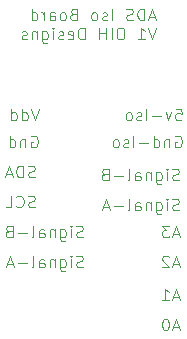
<source format=gbr>
%TF.GenerationSoftware,KiCad,Pcbnew,9.0.3*%
%TF.CreationDate,2025-12-07T20:29:13-06:00*%
%TF.ProjectId,IsolatedADSBoard,49736f6c-6174-4656-9441-4453426f6172,rev?*%
%TF.SameCoordinates,Original*%
%TF.FileFunction,Legend,Bot*%
%TF.FilePolarity,Positive*%
%FSLAX46Y46*%
G04 Gerber Fmt 4.6, Leading zero omitted, Abs format (unit mm)*
G04 Created by KiCad (PCBNEW 9.0.3) date 2025-12-07 20:29:13*
%MOMM*%
%LPD*%
G01*
G04 APERTURE LIST*
%ADD10C,0.100000*%
G04 APERTURE END LIST*
D10*
X130807734Y-57482800D02*
X130664877Y-57530419D01*
X130664877Y-57530419D02*
X130426782Y-57530419D01*
X130426782Y-57530419D02*
X130331544Y-57482800D01*
X130331544Y-57482800D02*
X130283925Y-57435180D01*
X130283925Y-57435180D02*
X130236306Y-57339942D01*
X130236306Y-57339942D02*
X130236306Y-57244704D01*
X130236306Y-57244704D02*
X130283925Y-57149466D01*
X130283925Y-57149466D02*
X130331544Y-57101847D01*
X130331544Y-57101847D02*
X130426782Y-57054228D01*
X130426782Y-57054228D02*
X130617258Y-57006609D01*
X130617258Y-57006609D02*
X130712496Y-56958990D01*
X130712496Y-56958990D02*
X130760115Y-56911371D01*
X130760115Y-56911371D02*
X130807734Y-56816133D01*
X130807734Y-56816133D02*
X130807734Y-56720895D01*
X130807734Y-56720895D02*
X130760115Y-56625657D01*
X130760115Y-56625657D02*
X130712496Y-56578038D01*
X130712496Y-56578038D02*
X130617258Y-56530419D01*
X130617258Y-56530419D02*
X130379163Y-56530419D01*
X130379163Y-56530419D02*
X130236306Y-56578038D01*
X129807734Y-57530419D02*
X129807734Y-56530419D01*
X129807734Y-56530419D02*
X129569639Y-56530419D01*
X129569639Y-56530419D02*
X129426782Y-56578038D01*
X129426782Y-56578038D02*
X129331544Y-56673276D01*
X129331544Y-56673276D02*
X129283925Y-56768514D01*
X129283925Y-56768514D02*
X129236306Y-56958990D01*
X129236306Y-56958990D02*
X129236306Y-57101847D01*
X129236306Y-57101847D02*
X129283925Y-57292323D01*
X129283925Y-57292323D02*
X129331544Y-57387561D01*
X129331544Y-57387561D02*
X129426782Y-57482800D01*
X129426782Y-57482800D02*
X129569639Y-57530419D01*
X129569639Y-57530419D02*
X129807734Y-57530419D01*
X128855353Y-57244704D02*
X128379163Y-57244704D01*
X128950591Y-57530419D02*
X128617258Y-56530419D01*
X128617258Y-56530419D02*
X128283925Y-57530419D01*
X134871734Y-65102800D02*
X134728877Y-65150419D01*
X134728877Y-65150419D02*
X134490782Y-65150419D01*
X134490782Y-65150419D02*
X134395544Y-65102800D01*
X134395544Y-65102800D02*
X134347925Y-65055180D01*
X134347925Y-65055180D02*
X134300306Y-64959942D01*
X134300306Y-64959942D02*
X134300306Y-64864704D01*
X134300306Y-64864704D02*
X134347925Y-64769466D01*
X134347925Y-64769466D02*
X134395544Y-64721847D01*
X134395544Y-64721847D02*
X134490782Y-64674228D01*
X134490782Y-64674228D02*
X134681258Y-64626609D01*
X134681258Y-64626609D02*
X134776496Y-64578990D01*
X134776496Y-64578990D02*
X134824115Y-64531371D01*
X134824115Y-64531371D02*
X134871734Y-64436133D01*
X134871734Y-64436133D02*
X134871734Y-64340895D01*
X134871734Y-64340895D02*
X134824115Y-64245657D01*
X134824115Y-64245657D02*
X134776496Y-64198038D01*
X134776496Y-64198038D02*
X134681258Y-64150419D01*
X134681258Y-64150419D02*
X134443163Y-64150419D01*
X134443163Y-64150419D02*
X134300306Y-64198038D01*
X133871734Y-65150419D02*
X133871734Y-64483752D01*
X133871734Y-64150419D02*
X133919353Y-64198038D01*
X133919353Y-64198038D02*
X133871734Y-64245657D01*
X133871734Y-64245657D02*
X133824115Y-64198038D01*
X133824115Y-64198038D02*
X133871734Y-64150419D01*
X133871734Y-64150419D02*
X133871734Y-64245657D01*
X132966973Y-64483752D02*
X132966973Y-65293276D01*
X132966973Y-65293276D02*
X133014592Y-65388514D01*
X133014592Y-65388514D02*
X133062211Y-65436133D01*
X133062211Y-65436133D02*
X133157449Y-65483752D01*
X133157449Y-65483752D02*
X133300306Y-65483752D01*
X133300306Y-65483752D02*
X133395544Y-65436133D01*
X132966973Y-65102800D02*
X133062211Y-65150419D01*
X133062211Y-65150419D02*
X133252687Y-65150419D01*
X133252687Y-65150419D02*
X133347925Y-65102800D01*
X133347925Y-65102800D02*
X133395544Y-65055180D01*
X133395544Y-65055180D02*
X133443163Y-64959942D01*
X133443163Y-64959942D02*
X133443163Y-64674228D01*
X133443163Y-64674228D02*
X133395544Y-64578990D01*
X133395544Y-64578990D02*
X133347925Y-64531371D01*
X133347925Y-64531371D02*
X133252687Y-64483752D01*
X133252687Y-64483752D02*
X133062211Y-64483752D01*
X133062211Y-64483752D02*
X132966973Y-64531371D01*
X132490782Y-64483752D02*
X132490782Y-65150419D01*
X132490782Y-64578990D02*
X132443163Y-64531371D01*
X132443163Y-64531371D02*
X132347925Y-64483752D01*
X132347925Y-64483752D02*
X132205068Y-64483752D01*
X132205068Y-64483752D02*
X132109830Y-64531371D01*
X132109830Y-64531371D02*
X132062211Y-64626609D01*
X132062211Y-64626609D02*
X132062211Y-65150419D01*
X131157449Y-65150419D02*
X131157449Y-64626609D01*
X131157449Y-64626609D02*
X131205068Y-64531371D01*
X131205068Y-64531371D02*
X131300306Y-64483752D01*
X131300306Y-64483752D02*
X131490782Y-64483752D01*
X131490782Y-64483752D02*
X131586020Y-64531371D01*
X131157449Y-65102800D02*
X131252687Y-65150419D01*
X131252687Y-65150419D02*
X131490782Y-65150419D01*
X131490782Y-65150419D02*
X131586020Y-65102800D01*
X131586020Y-65102800D02*
X131633639Y-65007561D01*
X131633639Y-65007561D02*
X131633639Y-64912323D01*
X131633639Y-64912323D02*
X131586020Y-64817085D01*
X131586020Y-64817085D02*
X131490782Y-64769466D01*
X131490782Y-64769466D02*
X131252687Y-64769466D01*
X131252687Y-64769466D02*
X131157449Y-64721847D01*
X130538401Y-65150419D02*
X130633639Y-65102800D01*
X130633639Y-65102800D02*
X130681258Y-65007561D01*
X130681258Y-65007561D02*
X130681258Y-64150419D01*
X130157448Y-64769466D02*
X129395544Y-64769466D01*
X128966972Y-64864704D02*
X128490782Y-64864704D01*
X129062210Y-65150419D02*
X128728877Y-64150419D01*
X128728877Y-64150419D02*
X128395544Y-65150419D01*
X142999734Y-67658704D02*
X142523544Y-67658704D01*
X143094972Y-67944419D02*
X142761639Y-66944419D01*
X142761639Y-66944419D02*
X142428306Y-67944419D01*
X141571163Y-67944419D02*
X142142591Y-67944419D01*
X141856877Y-67944419D02*
X141856877Y-66944419D01*
X141856877Y-66944419D02*
X141952115Y-67087276D01*
X141952115Y-67087276D02*
X142047353Y-67182514D01*
X142047353Y-67182514D02*
X142142591Y-67230133D01*
X142999734Y-62324704D02*
X142523544Y-62324704D01*
X143094972Y-62610419D02*
X142761639Y-61610419D01*
X142761639Y-61610419D02*
X142428306Y-62610419D01*
X142190210Y-61610419D02*
X141571163Y-61610419D01*
X141571163Y-61610419D02*
X141904496Y-61991371D01*
X141904496Y-61991371D02*
X141761639Y-61991371D01*
X141761639Y-61991371D02*
X141666401Y-62038990D01*
X141666401Y-62038990D02*
X141618782Y-62086609D01*
X141618782Y-62086609D02*
X141571163Y-62181847D01*
X141571163Y-62181847D02*
X141571163Y-62419942D01*
X141571163Y-62419942D02*
X141618782Y-62515180D01*
X141618782Y-62515180D02*
X141666401Y-62562800D01*
X141666401Y-62562800D02*
X141761639Y-62610419D01*
X141761639Y-62610419D02*
X142047353Y-62610419D01*
X142047353Y-62610419D02*
X142142591Y-62562800D01*
X142142591Y-62562800D02*
X142190210Y-62515180D01*
X140967734Y-43950760D02*
X140491544Y-43950760D01*
X141062972Y-44236475D02*
X140729639Y-43236475D01*
X140729639Y-43236475D02*
X140396306Y-44236475D01*
X140062972Y-44236475D02*
X140062972Y-43236475D01*
X140062972Y-43236475D02*
X139824877Y-43236475D01*
X139824877Y-43236475D02*
X139682020Y-43284094D01*
X139682020Y-43284094D02*
X139586782Y-43379332D01*
X139586782Y-43379332D02*
X139539163Y-43474570D01*
X139539163Y-43474570D02*
X139491544Y-43665046D01*
X139491544Y-43665046D02*
X139491544Y-43807903D01*
X139491544Y-43807903D02*
X139539163Y-43998379D01*
X139539163Y-43998379D02*
X139586782Y-44093617D01*
X139586782Y-44093617D02*
X139682020Y-44188856D01*
X139682020Y-44188856D02*
X139824877Y-44236475D01*
X139824877Y-44236475D02*
X140062972Y-44236475D01*
X139110591Y-44188856D02*
X138967734Y-44236475D01*
X138967734Y-44236475D02*
X138729639Y-44236475D01*
X138729639Y-44236475D02*
X138634401Y-44188856D01*
X138634401Y-44188856D02*
X138586782Y-44141236D01*
X138586782Y-44141236D02*
X138539163Y-44045998D01*
X138539163Y-44045998D02*
X138539163Y-43950760D01*
X138539163Y-43950760D02*
X138586782Y-43855522D01*
X138586782Y-43855522D02*
X138634401Y-43807903D01*
X138634401Y-43807903D02*
X138729639Y-43760284D01*
X138729639Y-43760284D02*
X138920115Y-43712665D01*
X138920115Y-43712665D02*
X139015353Y-43665046D01*
X139015353Y-43665046D02*
X139062972Y-43617427D01*
X139062972Y-43617427D02*
X139110591Y-43522189D01*
X139110591Y-43522189D02*
X139110591Y-43426951D01*
X139110591Y-43426951D02*
X139062972Y-43331713D01*
X139062972Y-43331713D02*
X139015353Y-43284094D01*
X139015353Y-43284094D02*
X138920115Y-43236475D01*
X138920115Y-43236475D02*
X138682020Y-43236475D01*
X138682020Y-43236475D02*
X138539163Y-43284094D01*
X137348686Y-44236475D02*
X137348686Y-43236475D01*
X136920115Y-44188856D02*
X136824877Y-44236475D01*
X136824877Y-44236475D02*
X136634401Y-44236475D01*
X136634401Y-44236475D02*
X136539163Y-44188856D01*
X136539163Y-44188856D02*
X136491544Y-44093617D01*
X136491544Y-44093617D02*
X136491544Y-44045998D01*
X136491544Y-44045998D02*
X136539163Y-43950760D01*
X136539163Y-43950760D02*
X136634401Y-43903141D01*
X136634401Y-43903141D02*
X136777258Y-43903141D01*
X136777258Y-43903141D02*
X136872496Y-43855522D01*
X136872496Y-43855522D02*
X136920115Y-43760284D01*
X136920115Y-43760284D02*
X136920115Y-43712665D01*
X136920115Y-43712665D02*
X136872496Y-43617427D01*
X136872496Y-43617427D02*
X136777258Y-43569808D01*
X136777258Y-43569808D02*
X136634401Y-43569808D01*
X136634401Y-43569808D02*
X136539163Y-43617427D01*
X135920115Y-44236475D02*
X136015353Y-44188856D01*
X136015353Y-44188856D02*
X136062972Y-44141236D01*
X136062972Y-44141236D02*
X136110591Y-44045998D01*
X136110591Y-44045998D02*
X136110591Y-43760284D01*
X136110591Y-43760284D02*
X136062972Y-43665046D01*
X136062972Y-43665046D02*
X136015353Y-43617427D01*
X136015353Y-43617427D02*
X135920115Y-43569808D01*
X135920115Y-43569808D02*
X135777258Y-43569808D01*
X135777258Y-43569808D02*
X135682020Y-43617427D01*
X135682020Y-43617427D02*
X135634401Y-43665046D01*
X135634401Y-43665046D02*
X135586782Y-43760284D01*
X135586782Y-43760284D02*
X135586782Y-44045998D01*
X135586782Y-44045998D02*
X135634401Y-44141236D01*
X135634401Y-44141236D02*
X135682020Y-44188856D01*
X135682020Y-44188856D02*
X135777258Y-44236475D01*
X135777258Y-44236475D02*
X135920115Y-44236475D01*
X134062972Y-43712665D02*
X133920115Y-43760284D01*
X133920115Y-43760284D02*
X133872496Y-43807903D01*
X133872496Y-43807903D02*
X133824877Y-43903141D01*
X133824877Y-43903141D02*
X133824877Y-44045998D01*
X133824877Y-44045998D02*
X133872496Y-44141236D01*
X133872496Y-44141236D02*
X133920115Y-44188856D01*
X133920115Y-44188856D02*
X134015353Y-44236475D01*
X134015353Y-44236475D02*
X134396305Y-44236475D01*
X134396305Y-44236475D02*
X134396305Y-43236475D01*
X134396305Y-43236475D02*
X134062972Y-43236475D01*
X134062972Y-43236475D02*
X133967734Y-43284094D01*
X133967734Y-43284094D02*
X133920115Y-43331713D01*
X133920115Y-43331713D02*
X133872496Y-43426951D01*
X133872496Y-43426951D02*
X133872496Y-43522189D01*
X133872496Y-43522189D02*
X133920115Y-43617427D01*
X133920115Y-43617427D02*
X133967734Y-43665046D01*
X133967734Y-43665046D02*
X134062972Y-43712665D01*
X134062972Y-43712665D02*
X134396305Y-43712665D01*
X133253448Y-44236475D02*
X133348686Y-44188856D01*
X133348686Y-44188856D02*
X133396305Y-44141236D01*
X133396305Y-44141236D02*
X133443924Y-44045998D01*
X133443924Y-44045998D02*
X133443924Y-43760284D01*
X133443924Y-43760284D02*
X133396305Y-43665046D01*
X133396305Y-43665046D02*
X133348686Y-43617427D01*
X133348686Y-43617427D02*
X133253448Y-43569808D01*
X133253448Y-43569808D02*
X133110591Y-43569808D01*
X133110591Y-43569808D02*
X133015353Y-43617427D01*
X133015353Y-43617427D02*
X132967734Y-43665046D01*
X132967734Y-43665046D02*
X132920115Y-43760284D01*
X132920115Y-43760284D02*
X132920115Y-44045998D01*
X132920115Y-44045998D02*
X132967734Y-44141236D01*
X132967734Y-44141236D02*
X133015353Y-44188856D01*
X133015353Y-44188856D02*
X133110591Y-44236475D01*
X133110591Y-44236475D02*
X133253448Y-44236475D01*
X132062972Y-44236475D02*
X132062972Y-43712665D01*
X132062972Y-43712665D02*
X132110591Y-43617427D01*
X132110591Y-43617427D02*
X132205829Y-43569808D01*
X132205829Y-43569808D02*
X132396305Y-43569808D01*
X132396305Y-43569808D02*
X132491543Y-43617427D01*
X132062972Y-44188856D02*
X132158210Y-44236475D01*
X132158210Y-44236475D02*
X132396305Y-44236475D01*
X132396305Y-44236475D02*
X132491543Y-44188856D01*
X132491543Y-44188856D02*
X132539162Y-44093617D01*
X132539162Y-44093617D02*
X132539162Y-43998379D01*
X132539162Y-43998379D02*
X132491543Y-43903141D01*
X132491543Y-43903141D02*
X132396305Y-43855522D01*
X132396305Y-43855522D02*
X132158210Y-43855522D01*
X132158210Y-43855522D02*
X132062972Y-43807903D01*
X131586781Y-44236475D02*
X131586781Y-43569808D01*
X131586781Y-43760284D02*
X131539162Y-43665046D01*
X131539162Y-43665046D02*
X131491543Y-43617427D01*
X131491543Y-43617427D02*
X131396305Y-43569808D01*
X131396305Y-43569808D02*
X131301067Y-43569808D01*
X130539162Y-44236475D02*
X130539162Y-43236475D01*
X130539162Y-44188856D02*
X130634400Y-44236475D01*
X130634400Y-44236475D02*
X130824876Y-44236475D01*
X130824876Y-44236475D02*
X130920114Y-44188856D01*
X130920114Y-44188856D02*
X130967733Y-44141236D01*
X130967733Y-44141236D02*
X131015352Y-44045998D01*
X131015352Y-44045998D02*
X131015352Y-43760284D01*
X131015352Y-43760284D02*
X130967733Y-43665046D01*
X130967733Y-43665046D02*
X130920114Y-43617427D01*
X130920114Y-43617427D02*
X130824876Y-43569808D01*
X130824876Y-43569808D02*
X130634400Y-43569808D01*
X130634400Y-43569808D02*
X130539162Y-43617427D01*
X141062972Y-44846419D02*
X140729639Y-45846419D01*
X140729639Y-45846419D02*
X140396306Y-44846419D01*
X139539163Y-45846419D02*
X140110591Y-45846419D01*
X139824877Y-45846419D02*
X139824877Y-44846419D01*
X139824877Y-44846419D02*
X139920115Y-44989276D01*
X139920115Y-44989276D02*
X140015353Y-45084514D01*
X140015353Y-45084514D02*
X140110591Y-45132133D01*
X138158210Y-44846419D02*
X137967734Y-44846419D01*
X137967734Y-44846419D02*
X137872496Y-44894038D01*
X137872496Y-44894038D02*
X137777258Y-44989276D01*
X137777258Y-44989276D02*
X137729639Y-45179752D01*
X137729639Y-45179752D02*
X137729639Y-45513085D01*
X137729639Y-45513085D02*
X137777258Y-45703561D01*
X137777258Y-45703561D02*
X137872496Y-45798800D01*
X137872496Y-45798800D02*
X137967734Y-45846419D01*
X137967734Y-45846419D02*
X138158210Y-45846419D01*
X138158210Y-45846419D02*
X138253448Y-45798800D01*
X138253448Y-45798800D02*
X138348686Y-45703561D01*
X138348686Y-45703561D02*
X138396305Y-45513085D01*
X138396305Y-45513085D02*
X138396305Y-45179752D01*
X138396305Y-45179752D02*
X138348686Y-44989276D01*
X138348686Y-44989276D02*
X138253448Y-44894038D01*
X138253448Y-44894038D02*
X138158210Y-44846419D01*
X137301067Y-45846419D02*
X137301067Y-44846419D01*
X136824877Y-45846419D02*
X136824877Y-44846419D01*
X136824877Y-45322609D02*
X136253449Y-45322609D01*
X136253449Y-45846419D02*
X136253449Y-44846419D01*
X135015353Y-45846419D02*
X135015353Y-44846419D01*
X135015353Y-44846419D02*
X134777258Y-44846419D01*
X134777258Y-44846419D02*
X134634401Y-44894038D01*
X134634401Y-44894038D02*
X134539163Y-44989276D01*
X134539163Y-44989276D02*
X134491544Y-45084514D01*
X134491544Y-45084514D02*
X134443925Y-45274990D01*
X134443925Y-45274990D02*
X134443925Y-45417847D01*
X134443925Y-45417847D02*
X134491544Y-45608323D01*
X134491544Y-45608323D02*
X134539163Y-45703561D01*
X134539163Y-45703561D02*
X134634401Y-45798800D01*
X134634401Y-45798800D02*
X134777258Y-45846419D01*
X134777258Y-45846419D02*
X135015353Y-45846419D01*
X133634401Y-45798800D02*
X133729639Y-45846419D01*
X133729639Y-45846419D02*
X133920115Y-45846419D01*
X133920115Y-45846419D02*
X134015353Y-45798800D01*
X134015353Y-45798800D02*
X134062972Y-45703561D01*
X134062972Y-45703561D02*
X134062972Y-45322609D01*
X134062972Y-45322609D02*
X134015353Y-45227371D01*
X134015353Y-45227371D02*
X133920115Y-45179752D01*
X133920115Y-45179752D02*
X133729639Y-45179752D01*
X133729639Y-45179752D02*
X133634401Y-45227371D01*
X133634401Y-45227371D02*
X133586782Y-45322609D01*
X133586782Y-45322609D02*
X133586782Y-45417847D01*
X133586782Y-45417847D02*
X134062972Y-45513085D01*
X133205829Y-45798800D02*
X133110591Y-45846419D01*
X133110591Y-45846419D02*
X132920115Y-45846419D01*
X132920115Y-45846419D02*
X132824877Y-45798800D01*
X132824877Y-45798800D02*
X132777258Y-45703561D01*
X132777258Y-45703561D02*
X132777258Y-45655942D01*
X132777258Y-45655942D02*
X132824877Y-45560704D01*
X132824877Y-45560704D02*
X132920115Y-45513085D01*
X132920115Y-45513085D02*
X133062972Y-45513085D01*
X133062972Y-45513085D02*
X133158210Y-45465466D01*
X133158210Y-45465466D02*
X133205829Y-45370228D01*
X133205829Y-45370228D02*
X133205829Y-45322609D01*
X133205829Y-45322609D02*
X133158210Y-45227371D01*
X133158210Y-45227371D02*
X133062972Y-45179752D01*
X133062972Y-45179752D02*
X132920115Y-45179752D01*
X132920115Y-45179752D02*
X132824877Y-45227371D01*
X132348686Y-45846419D02*
X132348686Y-45179752D01*
X132348686Y-44846419D02*
X132396305Y-44894038D01*
X132396305Y-44894038D02*
X132348686Y-44941657D01*
X132348686Y-44941657D02*
X132301067Y-44894038D01*
X132301067Y-44894038D02*
X132348686Y-44846419D01*
X132348686Y-44846419D02*
X132348686Y-44941657D01*
X131443925Y-45179752D02*
X131443925Y-45989276D01*
X131443925Y-45989276D02*
X131491544Y-46084514D01*
X131491544Y-46084514D02*
X131539163Y-46132133D01*
X131539163Y-46132133D02*
X131634401Y-46179752D01*
X131634401Y-46179752D02*
X131777258Y-46179752D01*
X131777258Y-46179752D02*
X131872496Y-46132133D01*
X131443925Y-45798800D02*
X131539163Y-45846419D01*
X131539163Y-45846419D02*
X131729639Y-45846419D01*
X131729639Y-45846419D02*
X131824877Y-45798800D01*
X131824877Y-45798800D02*
X131872496Y-45751180D01*
X131872496Y-45751180D02*
X131920115Y-45655942D01*
X131920115Y-45655942D02*
X131920115Y-45370228D01*
X131920115Y-45370228D02*
X131872496Y-45274990D01*
X131872496Y-45274990D02*
X131824877Y-45227371D01*
X131824877Y-45227371D02*
X131729639Y-45179752D01*
X131729639Y-45179752D02*
X131539163Y-45179752D01*
X131539163Y-45179752D02*
X131443925Y-45227371D01*
X130967734Y-45179752D02*
X130967734Y-45846419D01*
X130967734Y-45274990D02*
X130920115Y-45227371D01*
X130920115Y-45227371D02*
X130824877Y-45179752D01*
X130824877Y-45179752D02*
X130682020Y-45179752D01*
X130682020Y-45179752D02*
X130586782Y-45227371D01*
X130586782Y-45227371D02*
X130539163Y-45322609D01*
X130539163Y-45322609D02*
X130539163Y-45846419D01*
X130110591Y-45798800D02*
X130015353Y-45846419D01*
X130015353Y-45846419D02*
X129824877Y-45846419D01*
X129824877Y-45846419D02*
X129729639Y-45798800D01*
X129729639Y-45798800D02*
X129682020Y-45703561D01*
X129682020Y-45703561D02*
X129682020Y-45655942D01*
X129682020Y-45655942D02*
X129729639Y-45560704D01*
X129729639Y-45560704D02*
X129824877Y-45513085D01*
X129824877Y-45513085D02*
X129967734Y-45513085D01*
X129967734Y-45513085D02*
X130062972Y-45465466D01*
X130062972Y-45465466D02*
X130110591Y-45370228D01*
X130110591Y-45370228D02*
X130110591Y-45322609D01*
X130110591Y-45322609D02*
X130062972Y-45227371D01*
X130062972Y-45227371D02*
X129967734Y-45179752D01*
X129967734Y-45179752D02*
X129824877Y-45179752D01*
X129824877Y-45179752D02*
X129729639Y-45227371D01*
X142682306Y-54038038D02*
X142777544Y-53990419D01*
X142777544Y-53990419D02*
X142920401Y-53990419D01*
X142920401Y-53990419D02*
X143063258Y-54038038D01*
X143063258Y-54038038D02*
X143158496Y-54133276D01*
X143158496Y-54133276D02*
X143206115Y-54228514D01*
X143206115Y-54228514D02*
X143253734Y-54418990D01*
X143253734Y-54418990D02*
X143253734Y-54561847D01*
X143253734Y-54561847D02*
X143206115Y-54752323D01*
X143206115Y-54752323D02*
X143158496Y-54847561D01*
X143158496Y-54847561D02*
X143063258Y-54942800D01*
X143063258Y-54942800D02*
X142920401Y-54990419D01*
X142920401Y-54990419D02*
X142825163Y-54990419D01*
X142825163Y-54990419D02*
X142682306Y-54942800D01*
X142682306Y-54942800D02*
X142634687Y-54895180D01*
X142634687Y-54895180D02*
X142634687Y-54561847D01*
X142634687Y-54561847D02*
X142825163Y-54561847D01*
X142206115Y-54323752D02*
X142206115Y-54990419D01*
X142206115Y-54418990D02*
X142158496Y-54371371D01*
X142158496Y-54371371D02*
X142063258Y-54323752D01*
X142063258Y-54323752D02*
X141920401Y-54323752D01*
X141920401Y-54323752D02*
X141825163Y-54371371D01*
X141825163Y-54371371D02*
X141777544Y-54466609D01*
X141777544Y-54466609D02*
X141777544Y-54990419D01*
X140872782Y-54990419D02*
X140872782Y-53990419D01*
X140872782Y-54942800D02*
X140968020Y-54990419D01*
X140968020Y-54990419D02*
X141158496Y-54990419D01*
X141158496Y-54990419D02*
X141253734Y-54942800D01*
X141253734Y-54942800D02*
X141301353Y-54895180D01*
X141301353Y-54895180D02*
X141348972Y-54799942D01*
X141348972Y-54799942D02*
X141348972Y-54514228D01*
X141348972Y-54514228D02*
X141301353Y-54418990D01*
X141301353Y-54418990D02*
X141253734Y-54371371D01*
X141253734Y-54371371D02*
X141158496Y-54323752D01*
X141158496Y-54323752D02*
X140968020Y-54323752D01*
X140968020Y-54323752D02*
X140872782Y-54371371D01*
X140396591Y-54609466D02*
X139634687Y-54609466D01*
X139158496Y-54990419D02*
X139158496Y-53990419D01*
X138729925Y-54942800D02*
X138634687Y-54990419D01*
X138634687Y-54990419D02*
X138444211Y-54990419D01*
X138444211Y-54990419D02*
X138348973Y-54942800D01*
X138348973Y-54942800D02*
X138301354Y-54847561D01*
X138301354Y-54847561D02*
X138301354Y-54799942D01*
X138301354Y-54799942D02*
X138348973Y-54704704D01*
X138348973Y-54704704D02*
X138444211Y-54657085D01*
X138444211Y-54657085D02*
X138587068Y-54657085D01*
X138587068Y-54657085D02*
X138682306Y-54609466D01*
X138682306Y-54609466D02*
X138729925Y-54514228D01*
X138729925Y-54514228D02*
X138729925Y-54466609D01*
X138729925Y-54466609D02*
X138682306Y-54371371D01*
X138682306Y-54371371D02*
X138587068Y-54323752D01*
X138587068Y-54323752D02*
X138444211Y-54323752D01*
X138444211Y-54323752D02*
X138348973Y-54371371D01*
X137729925Y-54990419D02*
X137825163Y-54942800D01*
X137825163Y-54942800D02*
X137872782Y-54895180D01*
X137872782Y-54895180D02*
X137920401Y-54799942D01*
X137920401Y-54799942D02*
X137920401Y-54514228D01*
X137920401Y-54514228D02*
X137872782Y-54418990D01*
X137872782Y-54418990D02*
X137825163Y-54371371D01*
X137825163Y-54371371D02*
X137729925Y-54323752D01*
X137729925Y-54323752D02*
X137587068Y-54323752D01*
X137587068Y-54323752D02*
X137491830Y-54371371D01*
X137491830Y-54371371D02*
X137444211Y-54418990D01*
X137444211Y-54418990D02*
X137396592Y-54514228D01*
X137396592Y-54514228D02*
X137396592Y-54799942D01*
X137396592Y-54799942D02*
X137444211Y-54895180D01*
X137444211Y-54895180D02*
X137491830Y-54942800D01*
X137491830Y-54942800D02*
X137587068Y-54990419D01*
X137587068Y-54990419D02*
X137729925Y-54990419D01*
X130807734Y-60022800D02*
X130664877Y-60070419D01*
X130664877Y-60070419D02*
X130426782Y-60070419D01*
X130426782Y-60070419D02*
X130331544Y-60022800D01*
X130331544Y-60022800D02*
X130283925Y-59975180D01*
X130283925Y-59975180D02*
X130236306Y-59879942D01*
X130236306Y-59879942D02*
X130236306Y-59784704D01*
X130236306Y-59784704D02*
X130283925Y-59689466D01*
X130283925Y-59689466D02*
X130331544Y-59641847D01*
X130331544Y-59641847D02*
X130426782Y-59594228D01*
X130426782Y-59594228D02*
X130617258Y-59546609D01*
X130617258Y-59546609D02*
X130712496Y-59498990D01*
X130712496Y-59498990D02*
X130760115Y-59451371D01*
X130760115Y-59451371D02*
X130807734Y-59356133D01*
X130807734Y-59356133D02*
X130807734Y-59260895D01*
X130807734Y-59260895D02*
X130760115Y-59165657D01*
X130760115Y-59165657D02*
X130712496Y-59118038D01*
X130712496Y-59118038D02*
X130617258Y-59070419D01*
X130617258Y-59070419D02*
X130379163Y-59070419D01*
X130379163Y-59070419D02*
X130236306Y-59118038D01*
X129236306Y-59975180D02*
X129283925Y-60022800D01*
X129283925Y-60022800D02*
X129426782Y-60070419D01*
X129426782Y-60070419D02*
X129522020Y-60070419D01*
X129522020Y-60070419D02*
X129664877Y-60022800D01*
X129664877Y-60022800D02*
X129760115Y-59927561D01*
X129760115Y-59927561D02*
X129807734Y-59832323D01*
X129807734Y-59832323D02*
X129855353Y-59641847D01*
X129855353Y-59641847D02*
X129855353Y-59498990D01*
X129855353Y-59498990D02*
X129807734Y-59308514D01*
X129807734Y-59308514D02*
X129760115Y-59213276D01*
X129760115Y-59213276D02*
X129664877Y-59118038D01*
X129664877Y-59118038D02*
X129522020Y-59070419D01*
X129522020Y-59070419D02*
X129426782Y-59070419D01*
X129426782Y-59070419D02*
X129283925Y-59118038D01*
X129283925Y-59118038D02*
X129236306Y-59165657D01*
X128331544Y-60070419D02*
X128807734Y-60070419D01*
X128807734Y-60070419D02*
X128807734Y-59070419D01*
X142729925Y-51704419D02*
X143206115Y-51704419D01*
X143206115Y-51704419D02*
X143253734Y-52180609D01*
X143253734Y-52180609D02*
X143206115Y-52132990D01*
X143206115Y-52132990D02*
X143110877Y-52085371D01*
X143110877Y-52085371D02*
X142872782Y-52085371D01*
X142872782Y-52085371D02*
X142777544Y-52132990D01*
X142777544Y-52132990D02*
X142729925Y-52180609D01*
X142729925Y-52180609D02*
X142682306Y-52275847D01*
X142682306Y-52275847D02*
X142682306Y-52513942D01*
X142682306Y-52513942D02*
X142729925Y-52609180D01*
X142729925Y-52609180D02*
X142777544Y-52656800D01*
X142777544Y-52656800D02*
X142872782Y-52704419D01*
X142872782Y-52704419D02*
X143110877Y-52704419D01*
X143110877Y-52704419D02*
X143206115Y-52656800D01*
X143206115Y-52656800D02*
X143253734Y-52609180D01*
X142348972Y-52037752D02*
X142110877Y-52704419D01*
X142110877Y-52704419D02*
X141872782Y-52037752D01*
X141491829Y-52323466D02*
X140729925Y-52323466D01*
X140253734Y-52704419D02*
X140253734Y-51704419D01*
X139825163Y-52656800D02*
X139729925Y-52704419D01*
X139729925Y-52704419D02*
X139539449Y-52704419D01*
X139539449Y-52704419D02*
X139444211Y-52656800D01*
X139444211Y-52656800D02*
X139396592Y-52561561D01*
X139396592Y-52561561D02*
X139396592Y-52513942D01*
X139396592Y-52513942D02*
X139444211Y-52418704D01*
X139444211Y-52418704D02*
X139539449Y-52371085D01*
X139539449Y-52371085D02*
X139682306Y-52371085D01*
X139682306Y-52371085D02*
X139777544Y-52323466D01*
X139777544Y-52323466D02*
X139825163Y-52228228D01*
X139825163Y-52228228D02*
X139825163Y-52180609D01*
X139825163Y-52180609D02*
X139777544Y-52085371D01*
X139777544Y-52085371D02*
X139682306Y-52037752D01*
X139682306Y-52037752D02*
X139539449Y-52037752D01*
X139539449Y-52037752D02*
X139444211Y-52085371D01*
X138825163Y-52704419D02*
X138920401Y-52656800D01*
X138920401Y-52656800D02*
X138968020Y-52609180D01*
X138968020Y-52609180D02*
X139015639Y-52513942D01*
X139015639Y-52513942D02*
X139015639Y-52228228D01*
X139015639Y-52228228D02*
X138968020Y-52132990D01*
X138968020Y-52132990D02*
X138920401Y-52085371D01*
X138920401Y-52085371D02*
X138825163Y-52037752D01*
X138825163Y-52037752D02*
X138682306Y-52037752D01*
X138682306Y-52037752D02*
X138587068Y-52085371D01*
X138587068Y-52085371D02*
X138539449Y-52132990D01*
X138539449Y-52132990D02*
X138491830Y-52228228D01*
X138491830Y-52228228D02*
X138491830Y-52513942D01*
X138491830Y-52513942D02*
X138539449Y-52609180D01*
X138539449Y-52609180D02*
X138587068Y-52656800D01*
X138587068Y-52656800D02*
X138682306Y-52704419D01*
X138682306Y-52704419D02*
X138825163Y-52704419D01*
X142999734Y-64864704D02*
X142523544Y-64864704D01*
X143094972Y-65150419D02*
X142761639Y-64150419D01*
X142761639Y-64150419D02*
X142428306Y-65150419D01*
X142142591Y-64245657D02*
X142094972Y-64198038D01*
X142094972Y-64198038D02*
X141999734Y-64150419D01*
X141999734Y-64150419D02*
X141761639Y-64150419D01*
X141761639Y-64150419D02*
X141666401Y-64198038D01*
X141666401Y-64198038D02*
X141618782Y-64245657D01*
X141618782Y-64245657D02*
X141571163Y-64340895D01*
X141571163Y-64340895D02*
X141571163Y-64436133D01*
X141571163Y-64436133D02*
X141618782Y-64578990D01*
X141618782Y-64578990D02*
X142190210Y-65150419D01*
X142190210Y-65150419D02*
X141571163Y-65150419D01*
X131156972Y-51704419D02*
X130823639Y-52704419D01*
X130823639Y-52704419D02*
X130490306Y-51704419D01*
X129728401Y-52704419D02*
X129728401Y-51704419D01*
X129728401Y-52656800D02*
X129823639Y-52704419D01*
X129823639Y-52704419D02*
X130014115Y-52704419D01*
X130014115Y-52704419D02*
X130109353Y-52656800D01*
X130109353Y-52656800D02*
X130156972Y-52609180D01*
X130156972Y-52609180D02*
X130204591Y-52513942D01*
X130204591Y-52513942D02*
X130204591Y-52228228D01*
X130204591Y-52228228D02*
X130156972Y-52132990D01*
X130156972Y-52132990D02*
X130109353Y-52085371D01*
X130109353Y-52085371D02*
X130014115Y-52037752D01*
X130014115Y-52037752D02*
X129823639Y-52037752D01*
X129823639Y-52037752D02*
X129728401Y-52085371D01*
X128823639Y-52704419D02*
X128823639Y-51704419D01*
X128823639Y-52656800D02*
X128918877Y-52704419D01*
X128918877Y-52704419D02*
X129109353Y-52704419D01*
X129109353Y-52704419D02*
X129204591Y-52656800D01*
X129204591Y-52656800D02*
X129252210Y-52609180D01*
X129252210Y-52609180D02*
X129299829Y-52513942D01*
X129299829Y-52513942D02*
X129299829Y-52228228D01*
X129299829Y-52228228D02*
X129252210Y-52132990D01*
X129252210Y-52132990D02*
X129204591Y-52085371D01*
X129204591Y-52085371D02*
X129109353Y-52037752D01*
X129109353Y-52037752D02*
X128918877Y-52037752D01*
X128918877Y-52037752D02*
X128823639Y-52085371D01*
X142999734Y-60276800D02*
X142856877Y-60324419D01*
X142856877Y-60324419D02*
X142618782Y-60324419D01*
X142618782Y-60324419D02*
X142523544Y-60276800D01*
X142523544Y-60276800D02*
X142475925Y-60229180D01*
X142475925Y-60229180D02*
X142428306Y-60133942D01*
X142428306Y-60133942D02*
X142428306Y-60038704D01*
X142428306Y-60038704D02*
X142475925Y-59943466D01*
X142475925Y-59943466D02*
X142523544Y-59895847D01*
X142523544Y-59895847D02*
X142618782Y-59848228D01*
X142618782Y-59848228D02*
X142809258Y-59800609D01*
X142809258Y-59800609D02*
X142904496Y-59752990D01*
X142904496Y-59752990D02*
X142952115Y-59705371D01*
X142952115Y-59705371D02*
X142999734Y-59610133D01*
X142999734Y-59610133D02*
X142999734Y-59514895D01*
X142999734Y-59514895D02*
X142952115Y-59419657D01*
X142952115Y-59419657D02*
X142904496Y-59372038D01*
X142904496Y-59372038D02*
X142809258Y-59324419D01*
X142809258Y-59324419D02*
X142571163Y-59324419D01*
X142571163Y-59324419D02*
X142428306Y-59372038D01*
X141999734Y-60324419D02*
X141999734Y-59657752D01*
X141999734Y-59324419D02*
X142047353Y-59372038D01*
X142047353Y-59372038D02*
X141999734Y-59419657D01*
X141999734Y-59419657D02*
X141952115Y-59372038D01*
X141952115Y-59372038D02*
X141999734Y-59324419D01*
X141999734Y-59324419D02*
X141999734Y-59419657D01*
X141094973Y-59657752D02*
X141094973Y-60467276D01*
X141094973Y-60467276D02*
X141142592Y-60562514D01*
X141142592Y-60562514D02*
X141190211Y-60610133D01*
X141190211Y-60610133D02*
X141285449Y-60657752D01*
X141285449Y-60657752D02*
X141428306Y-60657752D01*
X141428306Y-60657752D02*
X141523544Y-60610133D01*
X141094973Y-60276800D02*
X141190211Y-60324419D01*
X141190211Y-60324419D02*
X141380687Y-60324419D01*
X141380687Y-60324419D02*
X141475925Y-60276800D01*
X141475925Y-60276800D02*
X141523544Y-60229180D01*
X141523544Y-60229180D02*
X141571163Y-60133942D01*
X141571163Y-60133942D02*
X141571163Y-59848228D01*
X141571163Y-59848228D02*
X141523544Y-59752990D01*
X141523544Y-59752990D02*
X141475925Y-59705371D01*
X141475925Y-59705371D02*
X141380687Y-59657752D01*
X141380687Y-59657752D02*
X141190211Y-59657752D01*
X141190211Y-59657752D02*
X141094973Y-59705371D01*
X140618782Y-59657752D02*
X140618782Y-60324419D01*
X140618782Y-59752990D02*
X140571163Y-59705371D01*
X140571163Y-59705371D02*
X140475925Y-59657752D01*
X140475925Y-59657752D02*
X140333068Y-59657752D01*
X140333068Y-59657752D02*
X140237830Y-59705371D01*
X140237830Y-59705371D02*
X140190211Y-59800609D01*
X140190211Y-59800609D02*
X140190211Y-60324419D01*
X139285449Y-60324419D02*
X139285449Y-59800609D01*
X139285449Y-59800609D02*
X139333068Y-59705371D01*
X139333068Y-59705371D02*
X139428306Y-59657752D01*
X139428306Y-59657752D02*
X139618782Y-59657752D01*
X139618782Y-59657752D02*
X139714020Y-59705371D01*
X139285449Y-60276800D02*
X139380687Y-60324419D01*
X139380687Y-60324419D02*
X139618782Y-60324419D01*
X139618782Y-60324419D02*
X139714020Y-60276800D01*
X139714020Y-60276800D02*
X139761639Y-60181561D01*
X139761639Y-60181561D02*
X139761639Y-60086323D01*
X139761639Y-60086323D02*
X139714020Y-59991085D01*
X139714020Y-59991085D02*
X139618782Y-59943466D01*
X139618782Y-59943466D02*
X139380687Y-59943466D01*
X139380687Y-59943466D02*
X139285449Y-59895847D01*
X138666401Y-60324419D02*
X138761639Y-60276800D01*
X138761639Y-60276800D02*
X138809258Y-60181561D01*
X138809258Y-60181561D02*
X138809258Y-59324419D01*
X138285448Y-59943466D02*
X137523544Y-59943466D01*
X137094972Y-60038704D02*
X136618782Y-60038704D01*
X137190210Y-60324419D02*
X136856877Y-59324419D01*
X136856877Y-59324419D02*
X136523544Y-60324419D01*
X142999734Y-57736800D02*
X142856877Y-57784419D01*
X142856877Y-57784419D02*
X142618782Y-57784419D01*
X142618782Y-57784419D02*
X142523544Y-57736800D01*
X142523544Y-57736800D02*
X142475925Y-57689180D01*
X142475925Y-57689180D02*
X142428306Y-57593942D01*
X142428306Y-57593942D02*
X142428306Y-57498704D01*
X142428306Y-57498704D02*
X142475925Y-57403466D01*
X142475925Y-57403466D02*
X142523544Y-57355847D01*
X142523544Y-57355847D02*
X142618782Y-57308228D01*
X142618782Y-57308228D02*
X142809258Y-57260609D01*
X142809258Y-57260609D02*
X142904496Y-57212990D01*
X142904496Y-57212990D02*
X142952115Y-57165371D01*
X142952115Y-57165371D02*
X142999734Y-57070133D01*
X142999734Y-57070133D02*
X142999734Y-56974895D01*
X142999734Y-56974895D02*
X142952115Y-56879657D01*
X142952115Y-56879657D02*
X142904496Y-56832038D01*
X142904496Y-56832038D02*
X142809258Y-56784419D01*
X142809258Y-56784419D02*
X142571163Y-56784419D01*
X142571163Y-56784419D02*
X142428306Y-56832038D01*
X141999734Y-57784419D02*
X141999734Y-57117752D01*
X141999734Y-56784419D02*
X142047353Y-56832038D01*
X142047353Y-56832038D02*
X141999734Y-56879657D01*
X141999734Y-56879657D02*
X141952115Y-56832038D01*
X141952115Y-56832038D02*
X141999734Y-56784419D01*
X141999734Y-56784419D02*
X141999734Y-56879657D01*
X141094973Y-57117752D02*
X141094973Y-57927276D01*
X141094973Y-57927276D02*
X141142592Y-58022514D01*
X141142592Y-58022514D02*
X141190211Y-58070133D01*
X141190211Y-58070133D02*
X141285449Y-58117752D01*
X141285449Y-58117752D02*
X141428306Y-58117752D01*
X141428306Y-58117752D02*
X141523544Y-58070133D01*
X141094973Y-57736800D02*
X141190211Y-57784419D01*
X141190211Y-57784419D02*
X141380687Y-57784419D01*
X141380687Y-57784419D02*
X141475925Y-57736800D01*
X141475925Y-57736800D02*
X141523544Y-57689180D01*
X141523544Y-57689180D02*
X141571163Y-57593942D01*
X141571163Y-57593942D02*
X141571163Y-57308228D01*
X141571163Y-57308228D02*
X141523544Y-57212990D01*
X141523544Y-57212990D02*
X141475925Y-57165371D01*
X141475925Y-57165371D02*
X141380687Y-57117752D01*
X141380687Y-57117752D02*
X141190211Y-57117752D01*
X141190211Y-57117752D02*
X141094973Y-57165371D01*
X140618782Y-57117752D02*
X140618782Y-57784419D01*
X140618782Y-57212990D02*
X140571163Y-57165371D01*
X140571163Y-57165371D02*
X140475925Y-57117752D01*
X140475925Y-57117752D02*
X140333068Y-57117752D01*
X140333068Y-57117752D02*
X140237830Y-57165371D01*
X140237830Y-57165371D02*
X140190211Y-57260609D01*
X140190211Y-57260609D02*
X140190211Y-57784419D01*
X139285449Y-57784419D02*
X139285449Y-57260609D01*
X139285449Y-57260609D02*
X139333068Y-57165371D01*
X139333068Y-57165371D02*
X139428306Y-57117752D01*
X139428306Y-57117752D02*
X139618782Y-57117752D01*
X139618782Y-57117752D02*
X139714020Y-57165371D01*
X139285449Y-57736800D02*
X139380687Y-57784419D01*
X139380687Y-57784419D02*
X139618782Y-57784419D01*
X139618782Y-57784419D02*
X139714020Y-57736800D01*
X139714020Y-57736800D02*
X139761639Y-57641561D01*
X139761639Y-57641561D02*
X139761639Y-57546323D01*
X139761639Y-57546323D02*
X139714020Y-57451085D01*
X139714020Y-57451085D02*
X139618782Y-57403466D01*
X139618782Y-57403466D02*
X139380687Y-57403466D01*
X139380687Y-57403466D02*
X139285449Y-57355847D01*
X138666401Y-57784419D02*
X138761639Y-57736800D01*
X138761639Y-57736800D02*
X138809258Y-57641561D01*
X138809258Y-57641561D02*
X138809258Y-56784419D01*
X138285448Y-57403466D02*
X137523544Y-57403466D01*
X136714020Y-57260609D02*
X136571163Y-57308228D01*
X136571163Y-57308228D02*
X136523544Y-57355847D01*
X136523544Y-57355847D02*
X136475925Y-57451085D01*
X136475925Y-57451085D02*
X136475925Y-57593942D01*
X136475925Y-57593942D02*
X136523544Y-57689180D01*
X136523544Y-57689180D02*
X136571163Y-57736800D01*
X136571163Y-57736800D02*
X136666401Y-57784419D01*
X136666401Y-57784419D02*
X137047353Y-57784419D01*
X137047353Y-57784419D02*
X137047353Y-56784419D01*
X137047353Y-56784419D02*
X136714020Y-56784419D01*
X136714020Y-56784419D02*
X136618782Y-56832038D01*
X136618782Y-56832038D02*
X136571163Y-56879657D01*
X136571163Y-56879657D02*
X136523544Y-56974895D01*
X136523544Y-56974895D02*
X136523544Y-57070133D01*
X136523544Y-57070133D02*
X136571163Y-57165371D01*
X136571163Y-57165371D02*
X136618782Y-57212990D01*
X136618782Y-57212990D02*
X136714020Y-57260609D01*
X136714020Y-57260609D02*
X137047353Y-57260609D01*
X142999734Y-70198704D02*
X142523544Y-70198704D01*
X143094972Y-70484419D02*
X142761639Y-69484419D01*
X142761639Y-69484419D02*
X142428306Y-70484419D01*
X141904496Y-69484419D02*
X141809258Y-69484419D01*
X141809258Y-69484419D02*
X141714020Y-69532038D01*
X141714020Y-69532038D02*
X141666401Y-69579657D01*
X141666401Y-69579657D02*
X141618782Y-69674895D01*
X141618782Y-69674895D02*
X141571163Y-69865371D01*
X141571163Y-69865371D02*
X141571163Y-70103466D01*
X141571163Y-70103466D02*
X141618782Y-70293942D01*
X141618782Y-70293942D02*
X141666401Y-70389180D01*
X141666401Y-70389180D02*
X141714020Y-70436800D01*
X141714020Y-70436800D02*
X141809258Y-70484419D01*
X141809258Y-70484419D02*
X141904496Y-70484419D01*
X141904496Y-70484419D02*
X141999734Y-70436800D01*
X141999734Y-70436800D02*
X142047353Y-70389180D01*
X142047353Y-70389180D02*
X142094972Y-70293942D01*
X142094972Y-70293942D02*
X142142591Y-70103466D01*
X142142591Y-70103466D02*
X142142591Y-69865371D01*
X142142591Y-69865371D02*
X142094972Y-69674895D01*
X142094972Y-69674895D02*
X142047353Y-69579657D01*
X142047353Y-69579657D02*
X141999734Y-69532038D01*
X141999734Y-69532038D02*
X141904496Y-69484419D01*
X130490306Y-54038038D02*
X130585544Y-53990419D01*
X130585544Y-53990419D02*
X130728401Y-53990419D01*
X130728401Y-53990419D02*
X130871258Y-54038038D01*
X130871258Y-54038038D02*
X130966496Y-54133276D01*
X130966496Y-54133276D02*
X131014115Y-54228514D01*
X131014115Y-54228514D02*
X131061734Y-54418990D01*
X131061734Y-54418990D02*
X131061734Y-54561847D01*
X131061734Y-54561847D02*
X131014115Y-54752323D01*
X131014115Y-54752323D02*
X130966496Y-54847561D01*
X130966496Y-54847561D02*
X130871258Y-54942800D01*
X130871258Y-54942800D02*
X130728401Y-54990419D01*
X130728401Y-54990419D02*
X130633163Y-54990419D01*
X130633163Y-54990419D02*
X130490306Y-54942800D01*
X130490306Y-54942800D02*
X130442687Y-54895180D01*
X130442687Y-54895180D02*
X130442687Y-54561847D01*
X130442687Y-54561847D02*
X130633163Y-54561847D01*
X130014115Y-54323752D02*
X130014115Y-54990419D01*
X130014115Y-54418990D02*
X129966496Y-54371371D01*
X129966496Y-54371371D02*
X129871258Y-54323752D01*
X129871258Y-54323752D02*
X129728401Y-54323752D01*
X129728401Y-54323752D02*
X129633163Y-54371371D01*
X129633163Y-54371371D02*
X129585544Y-54466609D01*
X129585544Y-54466609D02*
X129585544Y-54990419D01*
X128680782Y-54990419D02*
X128680782Y-53990419D01*
X128680782Y-54942800D02*
X128776020Y-54990419D01*
X128776020Y-54990419D02*
X128966496Y-54990419D01*
X128966496Y-54990419D02*
X129061734Y-54942800D01*
X129061734Y-54942800D02*
X129109353Y-54895180D01*
X129109353Y-54895180D02*
X129156972Y-54799942D01*
X129156972Y-54799942D02*
X129156972Y-54514228D01*
X129156972Y-54514228D02*
X129109353Y-54418990D01*
X129109353Y-54418990D02*
X129061734Y-54371371D01*
X129061734Y-54371371D02*
X128966496Y-54323752D01*
X128966496Y-54323752D02*
X128776020Y-54323752D01*
X128776020Y-54323752D02*
X128680782Y-54371371D01*
X134871734Y-62562800D02*
X134728877Y-62610419D01*
X134728877Y-62610419D02*
X134490782Y-62610419D01*
X134490782Y-62610419D02*
X134395544Y-62562800D01*
X134395544Y-62562800D02*
X134347925Y-62515180D01*
X134347925Y-62515180D02*
X134300306Y-62419942D01*
X134300306Y-62419942D02*
X134300306Y-62324704D01*
X134300306Y-62324704D02*
X134347925Y-62229466D01*
X134347925Y-62229466D02*
X134395544Y-62181847D01*
X134395544Y-62181847D02*
X134490782Y-62134228D01*
X134490782Y-62134228D02*
X134681258Y-62086609D01*
X134681258Y-62086609D02*
X134776496Y-62038990D01*
X134776496Y-62038990D02*
X134824115Y-61991371D01*
X134824115Y-61991371D02*
X134871734Y-61896133D01*
X134871734Y-61896133D02*
X134871734Y-61800895D01*
X134871734Y-61800895D02*
X134824115Y-61705657D01*
X134824115Y-61705657D02*
X134776496Y-61658038D01*
X134776496Y-61658038D02*
X134681258Y-61610419D01*
X134681258Y-61610419D02*
X134443163Y-61610419D01*
X134443163Y-61610419D02*
X134300306Y-61658038D01*
X133871734Y-62610419D02*
X133871734Y-61943752D01*
X133871734Y-61610419D02*
X133919353Y-61658038D01*
X133919353Y-61658038D02*
X133871734Y-61705657D01*
X133871734Y-61705657D02*
X133824115Y-61658038D01*
X133824115Y-61658038D02*
X133871734Y-61610419D01*
X133871734Y-61610419D02*
X133871734Y-61705657D01*
X132966973Y-61943752D02*
X132966973Y-62753276D01*
X132966973Y-62753276D02*
X133014592Y-62848514D01*
X133014592Y-62848514D02*
X133062211Y-62896133D01*
X133062211Y-62896133D02*
X133157449Y-62943752D01*
X133157449Y-62943752D02*
X133300306Y-62943752D01*
X133300306Y-62943752D02*
X133395544Y-62896133D01*
X132966973Y-62562800D02*
X133062211Y-62610419D01*
X133062211Y-62610419D02*
X133252687Y-62610419D01*
X133252687Y-62610419D02*
X133347925Y-62562800D01*
X133347925Y-62562800D02*
X133395544Y-62515180D01*
X133395544Y-62515180D02*
X133443163Y-62419942D01*
X133443163Y-62419942D02*
X133443163Y-62134228D01*
X133443163Y-62134228D02*
X133395544Y-62038990D01*
X133395544Y-62038990D02*
X133347925Y-61991371D01*
X133347925Y-61991371D02*
X133252687Y-61943752D01*
X133252687Y-61943752D02*
X133062211Y-61943752D01*
X133062211Y-61943752D02*
X132966973Y-61991371D01*
X132490782Y-61943752D02*
X132490782Y-62610419D01*
X132490782Y-62038990D02*
X132443163Y-61991371D01*
X132443163Y-61991371D02*
X132347925Y-61943752D01*
X132347925Y-61943752D02*
X132205068Y-61943752D01*
X132205068Y-61943752D02*
X132109830Y-61991371D01*
X132109830Y-61991371D02*
X132062211Y-62086609D01*
X132062211Y-62086609D02*
X132062211Y-62610419D01*
X131157449Y-62610419D02*
X131157449Y-62086609D01*
X131157449Y-62086609D02*
X131205068Y-61991371D01*
X131205068Y-61991371D02*
X131300306Y-61943752D01*
X131300306Y-61943752D02*
X131490782Y-61943752D01*
X131490782Y-61943752D02*
X131586020Y-61991371D01*
X131157449Y-62562800D02*
X131252687Y-62610419D01*
X131252687Y-62610419D02*
X131490782Y-62610419D01*
X131490782Y-62610419D02*
X131586020Y-62562800D01*
X131586020Y-62562800D02*
X131633639Y-62467561D01*
X131633639Y-62467561D02*
X131633639Y-62372323D01*
X131633639Y-62372323D02*
X131586020Y-62277085D01*
X131586020Y-62277085D02*
X131490782Y-62229466D01*
X131490782Y-62229466D02*
X131252687Y-62229466D01*
X131252687Y-62229466D02*
X131157449Y-62181847D01*
X130538401Y-62610419D02*
X130633639Y-62562800D01*
X130633639Y-62562800D02*
X130681258Y-62467561D01*
X130681258Y-62467561D02*
X130681258Y-61610419D01*
X130157448Y-62229466D02*
X129395544Y-62229466D01*
X128586020Y-62086609D02*
X128443163Y-62134228D01*
X128443163Y-62134228D02*
X128395544Y-62181847D01*
X128395544Y-62181847D02*
X128347925Y-62277085D01*
X128347925Y-62277085D02*
X128347925Y-62419942D01*
X128347925Y-62419942D02*
X128395544Y-62515180D01*
X128395544Y-62515180D02*
X128443163Y-62562800D01*
X128443163Y-62562800D02*
X128538401Y-62610419D01*
X128538401Y-62610419D02*
X128919353Y-62610419D01*
X128919353Y-62610419D02*
X128919353Y-61610419D01*
X128919353Y-61610419D02*
X128586020Y-61610419D01*
X128586020Y-61610419D02*
X128490782Y-61658038D01*
X128490782Y-61658038D02*
X128443163Y-61705657D01*
X128443163Y-61705657D02*
X128395544Y-61800895D01*
X128395544Y-61800895D02*
X128395544Y-61896133D01*
X128395544Y-61896133D02*
X128443163Y-61991371D01*
X128443163Y-61991371D02*
X128490782Y-62038990D01*
X128490782Y-62038990D02*
X128586020Y-62086609D01*
X128586020Y-62086609D02*
X128919353Y-62086609D01*
M02*

</source>
